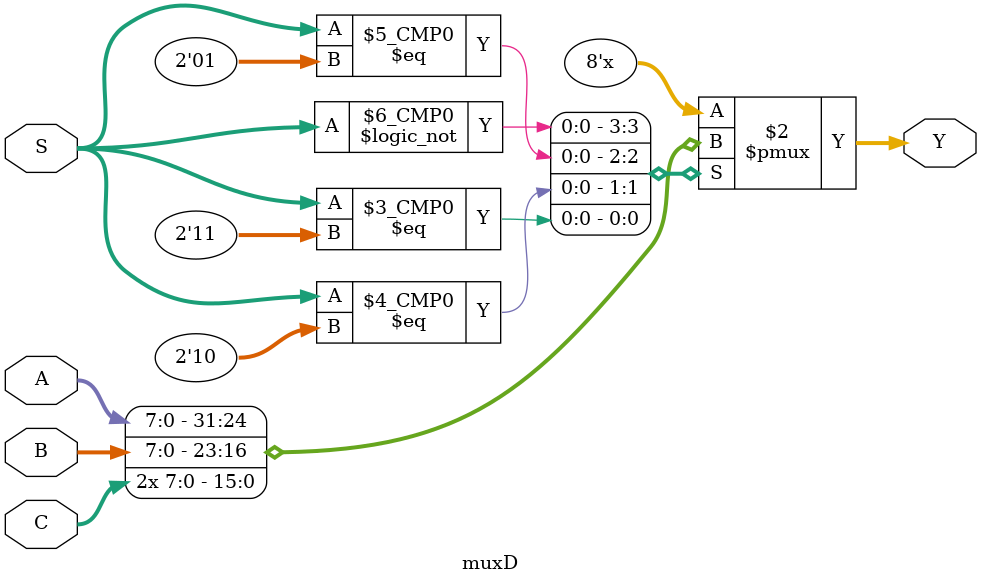
<source format=v>
module muxD(
 input [7:0] A,
 input [7:0] B,
 input [7:0] C,
 input [1:0] S,
 output reg [7:0] Y
 );
always@(A or B or C or S) begin
 case(S)
 2'b00: Y <= A;
 2'b01: Y <= B;
 2'b10: Y <= C;
 2'b11: Y <= C;
 //if(S==2'b00)
 // Y=A;
 //else if(S==2'b01)
 // Y=B;
 //else Y=C;
 endcase
end
endmodule
</source>
